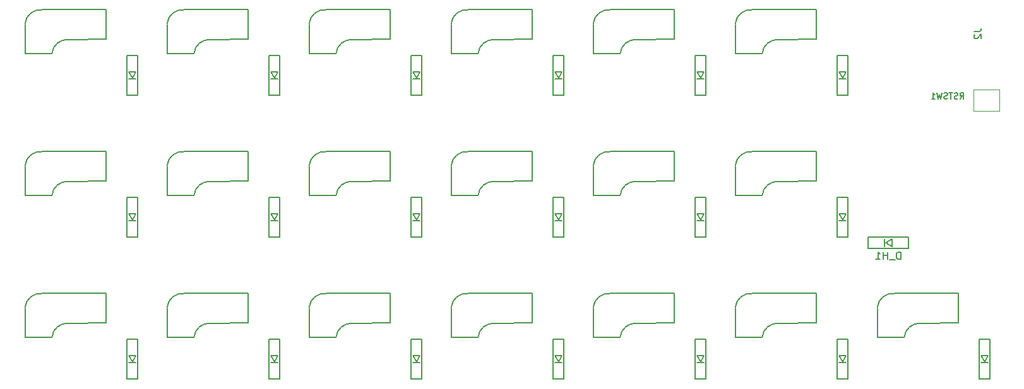
<source format=gbr>
G04 #@! TF.GenerationSoftware,KiCad,Pcbnew,(5.1.7)-1*
G04 #@! TF.CreationDate,2021-03-02T06:51:01+09:00*
G04 #@! TF.ProjectId,pisces,70697363-6573-42e6-9b69-6361645f7063,rev?*
G04 #@! TF.SameCoordinates,Original*
G04 #@! TF.FileFunction,Legend,Bot*
G04 #@! TF.FilePolarity,Positive*
%FSLAX46Y46*%
G04 Gerber Fmt 4.6, Leading zero omitted, Abs format (unit mm)*
G04 Created by KiCad (PCBNEW (5.1.7)-1) date 2021-03-02 06:51:01*
%MOMM*%
%LPD*%
G01*
G04 APERTURE LIST*
%ADD10C,0.150000*%
%ADD11C,0.120000*%
G04 APERTURE END LIST*
D10*
X171156380Y-46085166D02*
X171870666Y-46085166D01*
X172013523Y-46037547D01*
X172108761Y-45942309D01*
X172156380Y-45799452D01*
X172156380Y-45704214D01*
X171251619Y-46513738D02*
X171204000Y-46561357D01*
X171156380Y-46656595D01*
X171156380Y-46894690D01*
X171204000Y-46989928D01*
X171251619Y-47037547D01*
X171346857Y-47085166D01*
X171442095Y-47085166D01*
X171584952Y-47037547D01*
X172156380Y-46466119D01*
X172156380Y-47085166D01*
X169297142Y-55162404D02*
X169563809Y-54781452D01*
X169754285Y-55162404D02*
X169754285Y-54362404D01*
X169449523Y-54362404D01*
X169373333Y-54400500D01*
X169335238Y-54438595D01*
X169297142Y-54514785D01*
X169297142Y-54629071D01*
X169335238Y-54705261D01*
X169373333Y-54743357D01*
X169449523Y-54781452D01*
X169754285Y-54781452D01*
X168992380Y-55124309D02*
X168878095Y-55162404D01*
X168687619Y-55162404D01*
X168611428Y-55124309D01*
X168573333Y-55086214D01*
X168535238Y-55010023D01*
X168535238Y-54933833D01*
X168573333Y-54857642D01*
X168611428Y-54819547D01*
X168687619Y-54781452D01*
X168840000Y-54743357D01*
X168916190Y-54705261D01*
X168954285Y-54667166D01*
X168992380Y-54590976D01*
X168992380Y-54514785D01*
X168954285Y-54438595D01*
X168916190Y-54400500D01*
X168840000Y-54362404D01*
X168649523Y-54362404D01*
X168535238Y-54400500D01*
X168306666Y-54362404D02*
X167849523Y-54362404D01*
X168078095Y-55162404D02*
X168078095Y-54362404D01*
X167620952Y-55124309D02*
X167506666Y-55162404D01*
X167316190Y-55162404D01*
X167240000Y-55124309D01*
X167201904Y-55086214D01*
X167163809Y-55010023D01*
X167163809Y-54933833D01*
X167201904Y-54857642D01*
X167240000Y-54819547D01*
X167316190Y-54781452D01*
X167468571Y-54743357D01*
X167544761Y-54705261D01*
X167582857Y-54667166D01*
X167620952Y-54590976D01*
X167620952Y-54514785D01*
X167582857Y-54438595D01*
X167544761Y-54400500D01*
X167468571Y-54362404D01*
X167278095Y-54362404D01*
X167163809Y-54400500D01*
X166897142Y-54362404D02*
X166706666Y-55162404D01*
X166554285Y-54590976D01*
X166401904Y-55162404D01*
X166211428Y-54362404D01*
X165487619Y-55162404D02*
X165944761Y-55162404D01*
X165716190Y-55162404D02*
X165716190Y-54362404D01*
X165792380Y-54476690D01*
X165868571Y-54552880D01*
X165944761Y-54590976D01*
X161345357Y-76715880D02*
X161345357Y-75715880D01*
X161107261Y-75715880D01*
X160964404Y-75763500D01*
X160869166Y-75858738D01*
X160821547Y-75953976D01*
X160773928Y-76144452D01*
X160773928Y-76287309D01*
X160821547Y-76477785D01*
X160869166Y-76573023D01*
X160964404Y-76668261D01*
X161107261Y-76715880D01*
X161345357Y-76715880D01*
X160583452Y-76811119D02*
X159821547Y-76811119D01*
X159583452Y-76715880D02*
X159583452Y-75715880D01*
X159583452Y-76192071D02*
X159012023Y-76192071D01*
X159012023Y-76715880D02*
X159012023Y-75715880D01*
X158012023Y-76715880D02*
X158583452Y-76715880D01*
X158297738Y-76715880D02*
X158297738Y-75715880D01*
X158392976Y-75858738D01*
X158488214Y-75953976D01*
X158583452Y-76001595D01*
X150050000Y-47150000D02*
X145000000Y-47196000D01*
X150050000Y-47104000D02*
X150050000Y-43196000D01*
X150050000Y-43196000D02*
X141425000Y-43196000D01*
X139150000Y-45150000D02*
X139150000Y-49095000D01*
X139150000Y-49104000D02*
X142760000Y-49104000D01*
X142765000Y-49080000D02*
G75*
G02*
X145025000Y-47200000I2070000J-190000D01*
G01*
X139161000Y-45080000D02*
G75*
G02*
X141425000Y-43196000I2074000J-190000D01*
G01*
X57543000Y-54706500D02*
X57543000Y-49306500D01*
X59043000Y-49306500D02*
X59043000Y-54706500D01*
X59043000Y-54706500D02*
X57543000Y-54706500D01*
X59043000Y-49306500D02*
X57543000Y-49306500D01*
X58793000Y-51506500D02*
X57793000Y-51506500D01*
X57793000Y-51506500D02*
X58293000Y-52406500D01*
X58293000Y-52406500D02*
X58793000Y-51506500D01*
X58793000Y-52506500D02*
X57793000Y-52506500D01*
X58793000Y-71556500D02*
X57793000Y-71556500D01*
X58293000Y-71456500D02*
X58793000Y-70556500D01*
X57793000Y-70556500D02*
X58293000Y-71456500D01*
X58793000Y-70556500D02*
X57793000Y-70556500D01*
X59043000Y-68356500D02*
X57543000Y-68356500D01*
X59043000Y-73756500D02*
X57543000Y-73756500D01*
X59043000Y-68356500D02*
X59043000Y-73756500D01*
X57543000Y-73756500D02*
X57543000Y-68356500D01*
X57543000Y-92806500D02*
X57543000Y-87406500D01*
X59043000Y-87406500D02*
X59043000Y-92806500D01*
X59043000Y-92806500D02*
X57543000Y-92806500D01*
X59043000Y-87406500D02*
X57543000Y-87406500D01*
X58793000Y-89606500D02*
X57793000Y-89606500D01*
X57793000Y-89606500D02*
X58293000Y-90506500D01*
X58293000Y-90506500D02*
X58793000Y-89606500D01*
X58793000Y-90606500D02*
X57793000Y-90606500D01*
X96893000Y-52506500D02*
X95893000Y-52506500D01*
X96393000Y-52406500D02*
X96893000Y-51506500D01*
X95893000Y-51506500D02*
X96393000Y-52406500D01*
X96893000Y-51506500D02*
X95893000Y-51506500D01*
X97143000Y-49306500D02*
X95643000Y-49306500D01*
X97143000Y-54706500D02*
X95643000Y-54706500D01*
X97143000Y-49306500D02*
X97143000Y-54706500D01*
X95643000Y-54706500D02*
X95643000Y-49306500D01*
X95643000Y-73756500D02*
X95643000Y-68356500D01*
X97143000Y-68356500D02*
X97143000Y-73756500D01*
X97143000Y-73756500D02*
X95643000Y-73756500D01*
X97143000Y-68356500D02*
X95643000Y-68356500D01*
X96893000Y-70556500D02*
X95893000Y-70556500D01*
X95893000Y-70556500D02*
X96393000Y-71456500D01*
X96393000Y-71456500D02*
X96893000Y-70556500D01*
X96893000Y-71556500D02*
X95893000Y-71556500D01*
X115943000Y-52506500D02*
X114943000Y-52506500D01*
X115443000Y-52406500D02*
X115943000Y-51506500D01*
X114943000Y-51506500D02*
X115443000Y-52406500D01*
X115943000Y-51506500D02*
X114943000Y-51506500D01*
X116193000Y-49306500D02*
X114693000Y-49306500D01*
X116193000Y-54706500D02*
X114693000Y-54706500D01*
X116193000Y-49306500D02*
X116193000Y-54706500D01*
X114693000Y-54706500D02*
X114693000Y-49306500D01*
X114693000Y-73756500D02*
X114693000Y-68356500D01*
X116193000Y-68356500D02*
X116193000Y-73756500D01*
X116193000Y-73756500D02*
X114693000Y-73756500D01*
X116193000Y-68356500D02*
X114693000Y-68356500D01*
X115943000Y-70556500D02*
X114943000Y-70556500D01*
X114943000Y-70556500D02*
X115443000Y-71456500D01*
X115443000Y-71456500D02*
X115943000Y-70556500D01*
X115943000Y-71556500D02*
X114943000Y-71556500D01*
X114693000Y-92806500D02*
X114693000Y-87406500D01*
X116193000Y-87406500D02*
X116193000Y-92806500D01*
X116193000Y-92806500D02*
X114693000Y-92806500D01*
X116193000Y-87406500D02*
X114693000Y-87406500D01*
X115943000Y-89606500D02*
X114943000Y-89606500D01*
X114943000Y-89606500D02*
X115443000Y-90506500D01*
X115443000Y-90506500D02*
X115943000Y-89606500D01*
X115943000Y-90606500D02*
X114943000Y-90606500D01*
X134993000Y-71556500D02*
X133993000Y-71556500D01*
X134493000Y-71456500D02*
X134993000Y-70556500D01*
X133993000Y-70556500D02*
X134493000Y-71456500D01*
X134993000Y-70556500D02*
X133993000Y-70556500D01*
X135243000Y-68356500D02*
X133743000Y-68356500D01*
X135243000Y-73756500D02*
X133743000Y-73756500D01*
X135243000Y-68356500D02*
X135243000Y-73756500D01*
X133743000Y-73756500D02*
X133743000Y-68356500D01*
X133743000Y-92806500D02*
X133743000Y-87406500D01*
X135243000Y-87406500D02*
X135243000Y-92806500D01*
X135243000Y-92806500D02*
X133743000Y-92806500D01*
X135243000Y-87406500D02*
X133743000Y-87406500D01*
X134993000Y-89606500D02*
X133993000Y-89606500D01*
X133993000Y-89606500D02*
X134493000Y-90506500D01*
X134493000Y-90506500D02*
X134993000Y-89606500D01*
X134993000Y-90606500D02*
X133993000Y-90606500D01*
X154043000Y-71556500D02*
X153043000Y-71556500D01*
X153543000Y-71456500D02*
X154043000Y-70556500D01*
X153043000Y-70556500D02*
X153543000Y-71456500D01*
X154043000Y-70556500D02*
X153043000Y-70556500D01*
X154293000Y-68356500D02*
X152793000Y-68356500D01*
X154293000Y-73756500D02*
X152793000Y-73756500D01*
X154293000Y-68356500D02*
X154293000Y-73756500D01*
X152793000Y-73756500D02*
X152793000Y-68356500D01*
X154043000Y-90606500D02*
X153043000Y-90606500D01*
X153543000Y-90506500D02*
X154043000Y-89606500D01*
X153043000Y-89606500D02*
X153543000Y-90506500D01*
X154043000Y-89606500D02*
X153043000Y-89606500D01*
X154293000Y-87406500D02*
X152793000Y-87406500D01*
X154293000Y-92806500D02*
X152793000Y-92806500D01*
X154293000Y-87406500D02*
X154293000Y-92806500D01*
X152793000Y-92806500D02*
X152793000Y-87406500D01*
X54800000Y-47150000D02*
X49750000Y-47196000D01*
X54800000Y-47104000D02*
X54800000Y-43196000D01*
X54800000Y-43196000D02*
X46175000Y-43196000D01*
X43900000Y-45150000D02*
X43900000Y-49095000D01*
X43900000Y-49104000D02*
X47510000Y-49104000D01*
X47515000Y-49080000D02*
G75*
G02*
X49775000Y-47200000I2070000J-190000D01*
G01*
X43911000Y-45080000D02*
G75*
G02*
X46175000Y-43196000I2074000J-190000D01*
G01*
X43900000Y-68154000D02*
X47510000Y-68154000D01*
X43900000Y-64200000D02*
X43900000Y-68145000D01*
X54800000Y-62246000D02*
X46175000Y-62246000D01*
X54800000Y-66154000D02*
X54800000Y-62246000D01*
X54800000Y-66200000D02*
X49750000Y-66246000D01*
X43911000Y-64130000D02*
G75*
G02*
X46175000Y-62246000I2074000J-190000D01*
G01*
X47515000Y-68130000D02*
G75*
G02*
X49775000Y-66250000I2070000J-190000D01*
G01*
X54800000Y-85250000D02*
X49750000Y-85296000D01*
X54800000Y-85204000D02*
X54800000Y-81296000D01*
X54800000Y-81296000D02*
X46175000Y-81296000D01*
X43900000Y-83250000D02*
X43900000Y-87195000D01*
X43900000Y-87204000D02*
X47510000Y-87204000D01*
X47515000Y-87180000D02*
G75*
G02*
X49775000Y-85300000I2070000J-190000D01*
G01*
X43911000Y-83180000D02*
G75*
G02*
X46175000Y-81296000I2074000J-190000D01*
G01*
X62950000Y-49104000D02*
X66560000Y-49104000D01*
X62950000Y-45150000D02*
X62950000Y-49095000D01*
X73850000Y-43196000D02*
X65225000Y-43196000D01*
X73850000Y-47104000D02*
X73850000Y-43196000D01*
X73850000Y-47150000D02*
X68800000Y-47196000D01*
X62961000Y-45080000D02*
G75*
G02*
X65225000Y-43196000I2074000J-190000D01*
G01*
X66565000Y-49080000D02*
G75*
G02*
X68825000Y-47200000I2070000J-190000D01*
G01*
X62950000Y-68154000D02*
X66560000Y-68154000D01*
X62950000Y-64200000D02*
X62950000Y-68145000D01*
X73850000Y-62246000D02*
X65225000Y-62246000D01*
X73850000Y-66154000D02*
X73850000Y-62246000D01*
X73850000Y-66200000D02*
X68800000Y-66246000D01*
X62961000Y-64130000D02*
G75*
G02*
X65225000Y-62246000I2074000J-190000D01*
G01*
X66565000Y-68130000D02*
G75*
G02*
X68825000Y-66250000I2070000J-190000D01*
G01*
X73850000Y-85250000D02*
X68800000Y-85296000D01*
X73850000Y-85204000D02*
X73850000Y-81296000D01*
X73850000Y-81296000D02*
X65225000Y-81296000D01*
X62950000Y-83250000D02*
X62950000Y-87195000D01*
X62950000Y-87204000D02*
X66560000Y-87204000D01*
X66565000Y-87180000D02*
G75*
G02*
X68825000Y-85300000I2070000J-190000D01*
G01*
X62961000Y-83180000D02*
G75*
G02*
X65225000Y-81296000I2074000J-190000D01*
G01*
X82000000Y-49104000D02*
X85610000Y-49104000D01*
X82000000Y-45150000D02*
X82000000Y-49095000D01*
X92900000Y-43196000D02*
X84275000Y-43196000D01*
X92900000Y-47104000D02*
X92900000Y-43196000D01*
X92900000Y-47150000D02*
X87850000Y-47196000D01*
X82011000Y-45080000D02*
G75*
G02*
X84275000Y-43196000I2074000J-190000D01*
G01*
X85615000Y-49080000D02*
G75*
G02*
X87875000Y-47200000I2070000J-190000D01*
G01*
X92900000Y-66200000D02*
X87850000Y-66246000D01*
X92900000Y-66154000D02*
X92900000Y-62246000D01*
X92900000Y-62246000D02*
X84275000Y-62246000D01*
X82000000Y-64200000D02*
X82000000Y-68145000D01*
X82000000Y-68154000D02*
X85610000Y-68154000D01*
X85615000Y-68130000D02*
G75*
G02*
X87875000Y-66250000I2070000J-190000D01*
G01*
X82011000Y-64130000D02*
G75*
G02*
X84275000Y-62246000I2074000J-190000D01*
G01*
X92900000Y-85250000D02*
X87850000Y-85296000D01*
X92900000Y-85204000D02*
X92900000Y-81296000D01*
X92900000Y-81296000D02*
X84275000Y-81296000D01*
X82000000Y-83250000D02*
X82000000Y-87195000D01*
X82000000Y-87204000D02*
X85610000Y-87204000D01*
X85615000Y-87180000D02*
G75*
G02*
X87875000Y-85300000I2070000J-190000D01*
G01*
X82011000Y-83180000D02*
G75*
G02*
X84275000Y-81296000I2074000J-190000D01*
G01*
X111950000Y-47150000D02*
X106900000Y-47196000D01*
X111950000Y-47104000D02*
X111950000Y-43196000D01*
X111950000Y-43196000D02*
X103325000Y-43196000D01*
X101050000Y-45150000D02*
X101050000Y-49095000D01*
X101050000Y-49104000D02*
X104660000Y-49104000D01*
X104665000Y-49080000D02*
G75*
G02*
X106925000Y-47200000I2070000J-190000D01*
G01*
X101061000Y-45080000D02*
G75*
G02*
X103325000Y-43196000I2074000J-190000D01*
G01*
X101050000Y-68154000D02*
X104660000Y-68154000D01*
X101050000Y-64200000D02*
X101050000Y-68145000D01*
X111950000Y-62246000D02*
X103325000Y-62246000D01*
X111950000Y-66154000D02*
X111950000Y-62246000D01*
X111950000Y-66200000D02*
X106900000Y-66246000D01*
X101061000Y-64130000D02*
G75*
G02*
X103325000Y-62246000I2074000J-190000D01*
G01*
X104665000Y-68130000D02*
G75*
G02*
X106925000Y-66250000I2070000J-190000D01*
G01*
X111950000Y-85250000D02*
X106900000Y-85296000D01*
X111950000Y-85204000D02*
X111950000Y-81296000D01*
X111950000Y-81296000D02*
X103325000Y-81296000D01*
X101050000Y-83250000D02*
X101050000Y-87195000D01*
X101050000Y-87204000D02*
X104660000Y-87204000D01*
X104665000Y-87180000D02*
G75*
G02*
X106925000Y-85300000I2070000J-190000D01*
G01*
X101061000Y-83180000D02*
G75*
G02*
X103325000Y-81296000I2074000J-190000D01*
G01*
X120100000Y-49104000D02*
X123710000Y-49104000D01*
X120100000Y-45150000D02*
X120100000Y-49095000D01*
X131000000Y-43196000D02*
X122375000Y-43196000D01*
X131000000Y-47104000D02*
X131000000Y-43196000D01*
X131000000Y-47150000D02*
X125950000Y-47196000D01*
X120111000Y-45080000D02*
G75*
G02*
X122375000Y-43196000I2074000J-190000D01*
G01*
X123715000Y-49080000D02*
G75*
G02*
X125975000Y-47200000I2070000J-190000D01*
G01*
X120100000Y-68154000D02*
X123710000Y-68154000D01*
X120100000Y-64200000D02*
X120100000Y-68145000D01*
X131000000Y-62246000D02*
X122375000Y-62246000D01*
X131000000Y-66154000D02*
X131000000Y-62246000D01*
X131000000Y-66200000D02*
X125950000Y-66246000D01*
X120111000Y-64130000D02*
G75*
G02*
X122375000Y-62246000I2074000J-190000D01*
G01*
X123715000Y-68130000D02*
G75*
G02*
X125975000Y-66250000I2070000J-190000D01*
G01*
X120100000Y-87204000D02*
X123710000Y-87204000D01*
X120100000Y-83250000D02*
X120100000Y-87195000D01*
X131000000Y-81296000D02*
X122375000Y-81296000D01*
X131000000Y-85204000D02*
X131000000Y-81296000D01*
X131000000Y-85250000D02*
X125950000Y-85296000D01*
X120111000Y-83180000D02*
G75*
G02*
X122375000Y-81296000I2074000J-190000D01*
G01*
X123715000Y-87180000D02*
G75*
G02*
X125975000Y-85300000I2070000J-190000D01*
G01*
X139150000Y-68154000D02*
X142760000Y-68154000D01*
X139150000Y-64200000D02*
X139150000Y-68145000D01*
X150050000Y-62246000D02*
X141425000Y-62246000D01*
X150050000Y-66154000D02*
X150050000Y-62246000D01*
X150050000Y-66200000D02*
X145000000Y-66246000D01*
X139161000Y-64130000D02*
G75*
G02*
X141425000Y-62246000I2074000J-190000D01*
G01*
X142765000Y-68130000D02*
G75*
G02*
X145025000Y-66250000I2070000J-190000D01*
G01*
X150050000Y-85250000D02*
X145000000Y-85296000D01*
X150050000Y-85204000D02*
X150050000Y-81296000D01*
X150050000Y-81296000D02*
X141425000Y-81296000D01*
X139150000Y-83250000D02*
X139150000Y-87195000D01*
X139150000Y-87204000D02*
X142760000Y-87204000D01*
X142765000Y-87180000D02*
G75*
G02*
X145025000Y-85300000I2070000J-190000D01*
G01*
X139161000Y-83180000D02*
G75*
G02*
X141425000Y-81296000I2074000J-190000D01*
G01*
X169100000Y-85250000D02*
X164050000Y-85296000D01*
X169100000Y-85204000D02*
X169100000Y-81296000D01*
X169100000Y-81296000D02*
X160475000Y-81296000D01*
X158200000Y-83250000D02*
X158200000Y-87195000D01*
X158200000Y-87204000D02*
X161810000Y-87204000D01*
X161815000Y-87180000D02*
G75*
G02*
X164075000Y-85300000I2070000J-190000D01*
G01*
X158211000Y-83180000D02*
G75*
G02*
X160475000Y-81296000I2074000J-190000D01*
G01*
D11*
X174547000Y-56822000D02*
X171147000Y-56822000D01*
X171147000Y-53922000D02*
X171147000Y-56822000D01*
X171147000Y-53922000D02*
X174547000Y-53922000D01*
X174547000Y-56822000D02*
X174547000Y-53922000D01*
D10*
X76592999Y-54706500D02*
X76592999Y-49306500D01*
X78092999Y-49306500D02*
X78092999Y-54706500D01*
X78092999Y-54706500D02*
X76592999Y-54706500D01*
X78092999Y-49306500D02*
X76592999Y-49306500D01*
X77842999Y-51506500D02*
X76842999Y-51506500D01*
X76842999Y-51506500D02*
X77342999Y-52406500D01*
X77342999Y-52406500D02*
X77842999Y-51506500D01*
X77842999Y-52506500D02*
X76842999Y-52506500D01*
X77842999Y-71556500D02*
X76842999Y-71556500D01*
X77342999Y-71456500D02*
X77842999Y-70556500D01*
X76842999Y-70556500D02*
X77342999Y-71456500D01*
X77842999Y-70556500D02*
X76842999Y-70556500D01*
X78092999Y-68356500D02*
X76592999Y-68356500D01*
X78092999Y-73756500D02*
X76592999Y-73756500D01*
X78092999Y-68356500D02*
X78092999Y-73756500D01*
X76592999Y-73756500D02*
X76592999Y-68356500D01*
X76592999Y-92806500D02*
X76592999Y-87406500D01*
X78092999Y-87406500D02*
X78092999Y-92806500D01*
X78092999Y-92806500D02*
X76592999Y-92806500D01*
X78092999Y-87406500D02*
X76592999Y-87406500D01*
X77842999Y-89606500D02*
X76842999Y-89606500D01*
X76842999Y-89606500D02*
X77342999Y-90506500D01*
X77342999Y-90506500D02*
X77842999Y-89606500D01*
X77842999Y-90606500D02*
X76842999Y-90606500D01*
X96893000Y-90606500D02*
X95893000Y-90606500D01*
X96393000Y-90506500D02*
X96893000Y-89606500D01*
X95893000Y-89606500D02*
X96393000Y-90506500D01*
X96893000Y-89606500D02*
X95893000Y-89606500D01*
X97143000Y-87406500D02*
X95643000Y-87406500D01*
X97143000Y-92806500D02*
X95643000Y-92806500D01*
X97143000Y-87406500D02*
X97143000Y-92806500D01*
X95643000Y-92806500D02*
X95643000Y-87406500D01*
X133743000Y-54706500D02*
X133743000Y-49306500D01*
X135243000Y-49306500D02*
X135243000Y-54706500D01*
X135243000Y-54706500D02*
X133743000Y-54706500D01*
X135243000Y-49306500D02*
X133743000Y-49306500D01*
X134993000Y-51506500D02*
X133993000Y-51506500D01*
X133993000Y-51506500D02*
X134493000Y-52406500D01*
X134493000Y-52406500D02*
X134993000Y-51506500D01*
X134993000Y-52506500D02*
X133993000Y-52506500D01*
X152793000Y-54706500D02*
X152793000Y-49306500D01*
X154293000Y-49306500D02*
X154293000Y-54706500D01*
X154293000Y-54706500D02*
X152793000Y-54706500D01*
X154293000Y-49306500D02*
X152793000Y-49306500D01*
X154043000Y-51506500D02*
X153043000Y-51506500D01*
X153043000Y-51506500D02*
X153543000Y-52406500D01*
X153543000Y-52406500D02*
X154043000Y-51506500D01*
X154043000Y-52506500D02*
X153043000Y-52506500D01*
X173093000Y-90606500D02*
X172093000Y-90606500D01*
X172593000Y-90506500D02*
X173093000Y-89606500D01*
X172093000Y-89606500D02*
X172593000Y-90506500D01*
X173093000Y-89606500D02*
X172093000Y-89606500D01*
X173343000Y-87406500D02*
X171843000Y-87406500D01*
X173343000Y-92806500D02*
X171843000Y-92806500D01*
X173343000Y-87406500D02*
X173343000Y-92806500D01*
X171843000Y-92806500D02*
X171843000Y-87406500D01*
X159202500Y-73985500D02*
X159202500Y-74985500D01*
X159302500Y-74485500D02*
X160202500Y-73985500D01*
X160202500Y-73985500D02*
X160202500Y-74985500D01*
X160202500Y-74985500D02*
X159302500Y-74485500D01*
X162402500Y-73735500D02*
X157002500Y-73735500D01*
X157002500Y-73735500D02*
X157002500Y-75235500D01*
X157002500Y-75235500D02*
X162402500Y-75235500D01*
X162402500Y-75235500D02*
X162402500Y-73735500D01*
M02*

</source>
